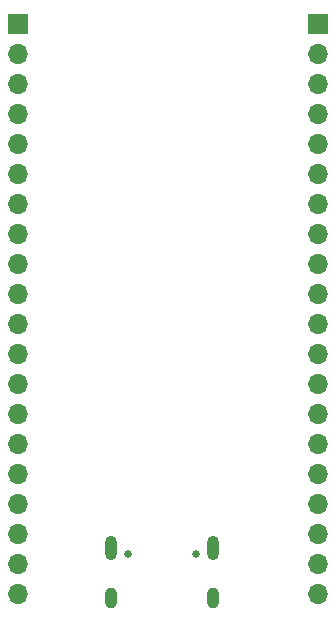
<source format=gbr>
%TF.GenerationSoftware,KiCad,Pcbnew,7.0.7*%
%TF.CreationDate,2024-04-13T12:00:14-04:00*%
%TF.ProjectId,ESP32_S2_Breakout,45535033-325f-4533-925f-427265616b6f,rev?*%
%TF.SameCoordinates,Original*%
%TF.FileFunction,Soldermask,Bot*%
%TF.FilePolarity,Negative*%
%FSLAX46Y46*%
G04 Gerber Fmt 4.6, Leading zero omitted, Abs format (unit mm)*
G04 Created by KiCad (PCBNEW 7.0.7) date 2024-04-13 12:00:14*
%MOMM*%
%LPD*%
G01*
G04 APERTURE LIST*
%ADD10R,1.700000X1.700000*%
%ADD11O,1.700000X1.700000*%
%ADD12C,0.650000*%
%ADD13O,1.000000X2.100000*%
%ADD14O,1.000000X1.800000*%
G04 APERTURE END LIST*
D10*
%TO.C,J2*%
X126560000Y-83627000D03*
D11*
X126560000Y-86167000D03*
X126560000Y-88707000D03*
X126560000Y-91247000D03*
X126560000Y-93787000D03*
X126560000Y-96327000D03*
X126560000Y-98867000D03*
X126560000Y-101407000D03*
X126560000Y-103947000D03*
X126560000Y-106487000D03*
X126560000Y-109027000D03*
X126560000Y-111567000D03*
X126560000Y-114107000D03*
X126560000Y-116647000D03*
X126560000Y-119187000D03*
X126560000Y-121727000D03*
X126560000Y-124267000D03*
X126560000Y-126807000D03*
X126560000Y-129347000D03*
X126560000Y-131887000D03*
%TD*%
D12*
%TO.C,J1*%
X135860000Y-128465000D03*
X141640000Y-128465000D03*
D13*
X134430000Y-127945000D03*
D14*
X134430000Y-132145000D03*
D13*
X143070000Y-127945000D03*
D14*
X143070000Y-132145000D03*
%TD*%
D10*
%TO.C,J3*%
X151960000Y-83622000D03*
D11*
X151960000Y-86162000D03*
X151960000Y-88702000D03*
X151960000Y-91242000D03*
X151960000Y-93782000D03*
X151960000Y-96322000D03*
X151960000Y-98862000D03*
X151960000Y-101402000D03*
X151960000Y-103942000D03*
X151960000Y-106482000D03*
X151960000Y-109022000D03*
X151960000Y-111562000D03*
X151960000Y-114102000D03*
X151960000Y-116642000D03*
X151960000Y-119182000D03*
X151960000Y-121722000D03*
X151960000Y-124262000D03*
X151960000Y-126802000D03*
X151960000Y-129342000D03*
X151960000Y-131882000D03*
%TD*%
M02*

</source>
